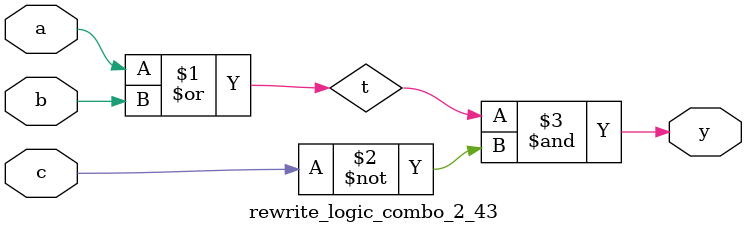
<source format=sv>
module rewrite_logic_combo_2_43(input logic a,b,c, output logic y);
  logic t;
  assign t = a | b;
  assign y = t & ~c;
endmodule

</source>
